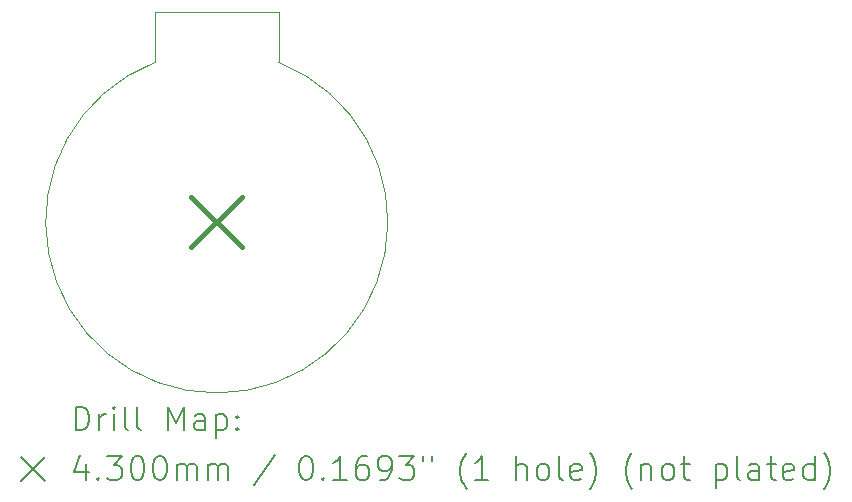
<source format=gbr>
%FSLAX45Y45*%
G04 Gerber Fmt 4.5, Leading zero omitted, Abs format (unit mm)*
G04 Created by KiCad (PCBNEW (6.0.4)) date 2022-12-18 21:04:50*
%MOMM*%
%LPD*%
G01*
G04 APERTURE LIST*
%TA.AperFunction,Profile*%
%ADD10C,0.100000*%
%TD*%
%ADD11C,0.200000*%
%ADD12C,0.430000*%
G04 APERTURE END LIST*
D10*
X8475000Y-7650000D02*
G75*
G03*
X9525000Y-7650000I525000J-1350000D01*
G01*
X8475000Y-7225000D02*
X8475000Y-7650000D01*
X9525000Y-7225000D02*
X8475000Y-7225000D01*
X9525000Y-7650000D02*
X9525000Y-7225000D01*
D11*
D12*
X8785000Y-8785000D02*
X9215000Y-9215000D01*
X9215000Y-8785000D02*
X8785000Y-9215000D01*
D11*
X7804128Y-10763967D02*
X7804128Y-10563967D01*
X7851747Y-10563967D01*
X7880319Y-10573491D01*
X7899367Y-10592538D01*
X7908890Y-10611586D01*
X7918414Y-10649681D01*
X7918414Y-10678252D01*
X7908890Y-10716348D01*
X7899367Y-10735395D01*
X7880319Y-10754443D01*
X7851747Y-10763967D01*
X7804128Y-10763967D01*
X8004128Y-10763967D02*
X8004128Y-10630633D01*
X8004128Y-10668729D02*
X8013652Y-10649681D01*
X8023176Y-10640157D01*
X8042224Y-10630633D01*
X8061271Y-10630633D01*
X8127938Y-10763967D02*
X8127938Y-10630633D01*
X8127938Y-10563967D02*
X8118414Y-10573491D01*
X8127938Y-10583014D01*
X8137462Y-10573491D01*
X8127938Y-10563967D01*
X8127938Y-10583014D01*
X8251747Y-10763967D02*
X8232700Y-10754443D01*
X8223176Y-10735395D01*
X8223176Y-10563967D01*
X8356509Y-10763967D02*
X8337462Y-10754443D01*
X8327938Y-10735395D01*
X8327938Y-10563967D01*
X8585081Y-10763967D02*
X8585081Y-10563967D01*
X8651748Y-10706824D01*
X8718414Y-10563967D01*
X8718414Y-10763967D01*
X8899367Y-10763967D02*
X8899367Y-10659205D01*
X8889843Y-10640157D01*
X8870795Y-10630633D01*
X8832700Y-10630633D01*
X8813652Y-10640157D01*
X8899367Y-10754443D02*
X8880319Y-10763967D01*
X8832700Y-10763967D01*
X8813652Y-10754443D01*
X8804129Y-10735395D01*
X8804129Y-10716348D01*
X8813652Y-10697300D01*
X8832700Y-10687776D01*
X8880319Y-10687776D01*
X8899367Y-10678252D01*
X8994605Y-10630633D02*
X8994605Y-10830633D01*
X8994605Y-10640157D02*
X9013652Y-10630633D01*
X9051748Y-10630633D01*
X9070795Y-10640157D01*
X9080319Y-10649681D01*
X9089843Y-10668729D01*
X9089843Y-10725871D01*
X9080319Y-10744919D01*
X9070795Y-10754443D01*
X9051748Y-10763967D01*
X9013652Y-10763967D01*
X8994605Y-10754443D01*
X9175557Y-10744919D02*
X9185081Y-10754443D01*
X9175557Y-10763967D01*
X9166033Y-10754443D01*
X9175557Y-10744919D01*
X9175557Y-10763967D01*
X9175557Y-10640157D02*
X9185081Y-10649681D01*
X9175557Y-10659205D01*
X9166033Y-10649681D01*
X9175557Y-10640157D01*
X9175557Y-10659205D01*
X7346509Y-10993491D02*
X7546509Y-11193490D01*
X7546509Y-10993491D02*
X7346509Y-11193490D01*
X7889843Y-11050633D02*
X7889843Y-11183967D01*
X7842224Y-10974443D02*
X7794605Y-11117300D01*
X7918414Y-11117300D01*
X7994605Y-11164919D02*
X8004128Y-11174443D01*
X7994605Y-11183967D01*
X7985081Y-11174443D01*
X7994605Y-11164919D01*
X7994605Y-11183967D01*
X8070795Y-10983967D02*
X8194605Y-10983967D01*
X8127938Y-11060157D01*
X8156509Y-11060157D01*
X8175557Y-11069681D01*
X8185081Y-11079205D01*
X8194605Y-11098252D01*
X8194605Y-11145871D01*
X8185081Y-11164919D01*
X8175557Y-11174443D01*
X8156509Y-11183967D01*
X8099367Y-11183967D01*
X8080319Y-11174443D01*
X8070795Y-11164919D01*
X8318414Y-10983967D02*
X8337462Y-10983967D01*
X8356509Y-10993491D01*
X8366033Y-11003014D01*
X8375557Y-11022062D01*
X8385081Y-11060157D01*
X8385081Y-11107776D01*
X8375557Y-11145871D01*
X8366033Y-11164919D01*
X8356509Y-11174443D01*
X8337462Y-11183967D01*
X8318414Y-11183967D01*
X8299367Y-11174443D01*
X8289843Y-11164919D01*
X8280319Y-11145871D01*
X8270795Y-11107776D01*
X8270795Y-11060157D01*
X8280319Y-11022062D01*
X8289843Y-11003014D01*
X8299367Y-10993491D01*
X8318414Y-10983967D01*
X8508890Y-10983967D02*
X8527938Y-10983967D01*
X8546986Y-10993491D01*
X8556510Y-11003014D01*
X8566033Y-11022062D01*
X8575557Y-11060157D01*
X8575557Y-11107776D01*
X8566033Y-11145871D01*
X8556510Y-11164919D01*
X8546986Y-11174443D01*
X8527938Y-11183967D01*
X8508890Y-11183967D01*
X8489843Y-11174443D01*
X8480319Y-11164919D01*
X8470795Y-11145871D01*
X8461271Y-11107776D01*
X8461271Y-11060157D01*
X8470795Y-11022062D01*
X8480319Y-11003014D01*
X8489843Y-10993491D01*
X8508890Y-10983967D01*
X8661271Y-11183967D02*
X8661271Y-11050633D01*
X8661271Y-11069681D02*
X8670795Y-11060157D01*
X8689843Y-11050633D01*
X8718414Y-11050633D01*
X8737462Y-11060157D01*
X8746986Y-11079205D01*
X8746986Y-11183967D01*
X8746986Y-11079205D02*
X8756510Y-11060157D01*
X8775557Y-11050633D01*
X8804129Y-11050633D01*
X8823176Y-11060157D01*
X8832700Y-11079205D01*
X8832700Y-11183967D01*
X8927938Y-11183967D02*
X8927938Y-11050633D01*
X8927938Y-11069681D02*
X8937462Y-11060157D01*
X8956510Y-11050633D01*
X8985081Y-11050633D01*
X9004129Y-11060157D01*
X9013652Y-11079205D01*
X9013652Y-11183967D01*
X9013652Y-11079205D02*
X9023176Y-11060157D01*
X9042224Y-11050633D01*
X9070795Y-11050633D01*
X9089843Y-11060157D01*
X9099367Y-11079205D01*
X9099367Y-11183967D01*
X9489843Y-10974443D02*
X9318414Y-11231586D01*
X9746986Y-10983967D02*
X9766033Y-10983967D01*
X9785081Y-10993491D01*
X9794605Y-11003014D01*
X9804129Y-11022062D01*
X9813652Y-11060157D01*
X9813652Y-11107776D01*
X9804129Y-11145871D01*
X9794605Y-11164919D01*
X9785081Y-11174443D01*
X9766033Y-11183967D01*
X9746986Y-11183967D01*
X9727938Y-11174443D01*
X9718414Y-11164919D01*
X9708890Y-11145871D01*
X9699367Y-11107776D01*
X9699367Y-11060157D01*
X9708890Y-11022062D01*
X9718414Y-11003014D01*
X9727938Y-10993491D01*
X9746986Y-10983967D01*
X9899367Y-11164919D02*
X9908890Y-11174443D01*
X9899367Y-11183967D01*
X9889843Y-11174443D01*
X9899367Y-11164919D01*
X9899367Y-11183967D01*
X10099367Y-11183967D02*
X9985081Y-11183967D01*
X10042224Y-11183967D02*
X10042224Y-10983967D01*
X10023176Y-11012538D01*
X10004129Y-11031586D01*
X9985081Y-11041110D01*
X10270795Y-10983967D02*
X10232700Y-10983967D01*
X10213652Y-10993491D01*
X10204129Y-11003014D01*
X10185081Y-11031586D01*
X10175557Y-11069681D01*
X10175557Y-11145871D01*
X10185081Y-11164919D01*
X10194605Y-11174443D01*
X10213652Y-11183967D01*
X10251748Y-11183967D01*
X10270795Y-11174443D01*
X10280319Y-11164919D01*
X10289843Y-11145871D01*
X10289843Y-11098252D01*
X10280319Y-11079205D01*
X10270795Y-11069681D01*
X10251748Y-11060157D01*
X10213652Y-11060157D01*
X10194605Y-11069681D01*
X10185081Y-11079205D01*
X10175557Y-11098252D01*
X10385081Y-11183967D02*
X10423176Y-11183967D01*
X10442224Y-11174443D01*
X10451748Y-11164919D01*
X10470795Y-11136348D01*
X10480319Y-11098252D01*
X10480319Y-11022062D01*
X10470795Y-11003014D01*
X10461271Y-10993491D01*
X10442224Y-10983967D01*
X10404129Y-10983967D01*
X10385081Y-10993491D01*
X10375557Y-11003014D01*
X10366033Y-11022062D01*
X10366033Y-11069681D01*
X10375557Y-11088729D01*
X10385081Y-11098252D01*
X10404129Y-11107776D01*
X10442224Y-11107776D01*
X10461271Y-11098252D01*
X10470795Y-11088729D01*
X10480319Y-11069681D01*
X10546986Y-10983967D02*
X10670795Y-10983967D01*
X10604129Y-11060157D01*
X10632700Y-11060157D01*
X10651748Y-11069681D01*
X10661271Y-11079205D01*
X10670795Y-11098252D01*
X10670795Y-11145871D01*
X10661271Y-11164919D01*
X10651748Y-11174443D01*
X10632700Y-11183967D01*
X10575557Y-11183967D01*
X10556509Y-11174443D01*
X10546986Y-11164919D01*
X10746986Y-10983967D02*
X10746986Y-11022062D01*
X10823176Y-10983967D02*
X10823176Y-11022062D01*
X11118414Y-11260157D02*
X11108890Y-11250633D01*
X11089843Y-11222062D01*
X11080319Y-11203014D01*
X11070795Y-11174443D01*
X11061271Y-11126824D01*
X11061271Y-11088729D01*
X11070795Y-11041110D01*
X11080319Y-11012538D01*
X11089843Y-10993491D01*
X11108890Y-10964919D01*
X11118414Y-10955395D01*
X11299367Y-11183967D02*
X11185081Y-11183967D01*
X11242224Y-11183967D02*
X11242224Y-10983967D01*
X11223176Y-11012538D01*
X11204128Y-11031586D01*
X11185081Y-11041110D01*
X11537462Y-11183967D02*
X11537462Y-10983967D01*
X11623176Y-11183967D02*
X11623176Y-11079205D01*
X11613652Y-11060157D01*
X11594605Y-11050633D01*
X11566033Y-11050633D01*
X11546986Y-11060157D01*
X11537462Y-11069681D01*
X11746986Y-11183967D02*
X11727938Y-11174443D01*
X11718414Y-11164919D01*
X11708890Y-11145871D01*
X11708890Y-11088729D01*
X11718414Y-11069681D01*
X11727938Y-11060157D01*
X11746986Y-11050633D01*
X11775557Y-11050633D01*
X11794605Y-11060157D01*
X11804128Y-11069681D01*
X11813652Y-11088729D01*
X11813652Y-11145871D01*
X11804128Y-11164919D01*
X11794605Y-11174443D01*
X11775557Y-11183967D01*
X11746986Y-11183967D01*
X11927938Y-11183967D02*
X11908890Y-11174443D01*
X11899367Y-11155395D01*
X11899367Y-10983967D01*
X12080319Y-11174443D02*
X12061271Y-11183967D01*
X12023176Y-11183967D01*
X12004128Y-11174443D01*
X11994605Y-11155395D01*
X11994605Y-11079205D01*
X12004128Y-11060157D01*
X12023176Y-11050633D01*
X12061271Y-11050633D01*
X12080319Y-11060157D01*
X12089843Y-11079205D01*
X12089843Y-11098252D01*
X11994605Y-11117300D01*
X12156509Y-11260157D02*
X12166033Y-11250633D01*
X12185081Y-11222062D01*
X12194605Y-11203014D01*
X12204128Y-11174443D01*
X12213652Y-11126824D01*
X12213652Y-11088729D01*
X12204128Y-11041110D01*
X12194605Y-11012538D01*
X12185081Y-10993491D01*
X12166033Y-10964919D01*
X12156509Y-10955395D01*
X12518414Y-11260157D02*
X12508890Y-11250633D01*
X12489843Y-11222062D01*
X12480319Y-11203014D01*
X12470795Y-11174443D01*
X12461271Y-11126824D01*
X12461271Y-11088729D01*
X12470795Y-11041110D01*
X12480319Y-11012538D01*
X12489843Y-10993491D01*
X12508890Y-10964919D01*
X12518414Y-10955395D01*
X12594605Y-11050633D02*
X12594605Y-11183967D01*
X12594605Y-11069681D02*
X12604128Y-11060157D01*
X12623176Y-11050633D01*
X12651747Y-11050633D01*
X12670795Y-11060157D01*
X12680319Y-11079205D01*
X12680319Y-11183967D01*
X12804128Y-11183967D02*
X12785081Y-11174443D01*
X12775557Y-11164919D01*
X12766033Y-11145871D01*
X12766033Y-11088729D01*
X12775557Y-11069681D01*
X12785081Y-11060157D01*
X12804128Y-11050633D01*
X12832700Y-11050633D01*
X12851747Y-11060157D01*
X12861271Y-11069681D01*
X12870795Y-11088729D01*
X12870795Y-11145871D01*
X12861271Y-11164919D01*
X12851747Y-11174443D01*
X12832700Y-11183967D01*
X12804128Y-11183967D01*
X12927938Y-11050633D02*
X13004128Y-11050633D01*
X12956509Y-10983967D02*
X12956509Y-11155395D01*
X12966033Y-11174443D01*
X12985081Y-11183967D01*
X13004128Y-11183967D01*
X13223176Y-11050633D02*
X13223176Y-11250633D01*
X13223176Y-11060157D02*
X13242224Y-11050633D01*
X13280319Y-11050633D01*
X13299367Y-11060157D01*
X13308890Y-11069681D01*
X13318414Y-11088729D01*
X13318414Y-11145871D01*
X13308890Y-11164919D01*
X13299367Y-11174443D01*
X13280319Y-11183967D01*
X13242224Y-11183967D01*
X13223176Y-11174443D01*
X13432700Y-11183967D02*
X13413652Y-11174443D01*
X13404128Y-11155395D01*
X13404128Y-10983967D01*
X13594605Y-11183967D02*
X13594605Y-11079205D01*
X13585081Y-11060157D01*
X13566033Y-11050633D01*
X13527938Y-11050633D01*
X13508890Y-11060157D01*
X13594605Y-11174443D02*
X13575557Y-11183967D01*
X13527938Y-11183967D01*
X13508890Y-11174443D01*
X13499367Y-11155395D01*
X13499367Y-11136348D01*
X13508890Y-11117300D01*
X13527938Y-11107776D01*
X13575557Y-11107776D01*
X13594605Y-11098252D01*
X13661271Y-11050633D02*
X13737462Y-11050633D01*
X13689843Y-10983967D02*
X13689843Y-11155395D01*
X13699367Y-11174443D01*
X13718414Y-11183967D01*
X13737462Y-11183967D01*
X13880319Y-11174443D02*
X13861271Y-11183967D01*
X13823176Y-11183967D01*
X13804128Y-11174443D01*
X13794605Y-11155395D01*
X13794605Y-11079205D01*
X13804128Y-11060157D01*
X13823176Y-11050633D01*
X13861271Y-11050633D01*
X13880319Y-11060157D01*
X13889843Y-11079205D01*
X13889843Y-11098252D01*
X13794605Y-11117300D01*
X14061271Y-11183967D02*
X14061271Y-10983967D01*
X14061271Y-11174443D02*
X14042224Y-11183967D01*
X14004128Y-11183967D01*
X13985081Y-11174443D01*
X13975557Y-11164919D01*
X13966033Y-11145871D01*
X13966033Y-11088729D01*
X13975557Y-11069681D01*
X13985081Y-11060157D01*
X14004128Y-11050633D01*
X14042224Y-11050633D01*
X14061271Y-11060157D01*
X14137462Y-11260157D02*
X14146986Y-11250633D01*
X14166033Y-11222062D01*
X14175557Y-11203014D01*
X14185081Y-11174443D01*
X14194605Y-11126824D01*
X14194605Y-11088729D01*
X14185081Y-11041110D01*
X14175557Y-11012538D01*
X14166033Y-10993491D01*
X14146986Y-10964919D01*
X14137462Y-10955395D01*
M02*

</source>
